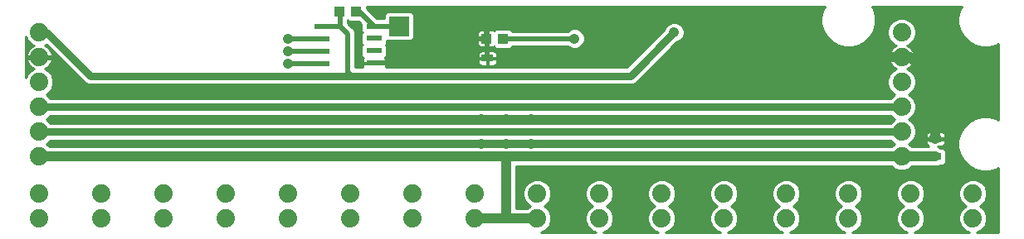
<source format=gbl>
G75*
G70*
%OFA0B0*%
%FSLAX24Y24*%
%IPPOS*%
%LPD*%
%AMOC8*
5,1,8,0,0,1.08239X$1,22.5*
%
%ADD10C,0.0740*%
%ADD11R,0.0433X0.0394*%
%ADD12R,0.0472X0.0315*%
%ADD13R,0.0630X0.0236*%
%ADD14R,0.0787X0.0787*%
%ADD15C,0.0410*%
%ADD16C,0.0300*%
%ADD17C,0.0200*%
%ADD18C,0.0400*%
%ADD19C,0.0100*%
D10*
X001655Y001655D03*
X004155Y001655D03*
X006655Y001655D03*
X009155Y001655D03*
X011655Y001655D03*
X014155Y001655D03*
X016655Y001655D03*
X019155Y001655D03*
X021655Y001655D03*
X024155Y001655D03*
X026655Y001655D03*
X029155Y001655D03*
X031655Y001655D03*
X034155Y001655D03*
X036655Y001655D03*
X039155Y001655D03*
X039155Y002655D03*
X036655Y002655D03*
X034155Y002655D03*
X031655Y002655D03*
X029155Y002655D03*
X026655Y002655D03*
X024155Y002655D03*
X021655Y002655D03*
X019155Y002655D03*
X016655Y002655D03*
X014155Y002655D03*
X011655Y002655D03*
X009155Y002655D03*
X006655Y002655D03*
X004155Y002655D03*
X001655Y002655D03*
X001655Y004155D03*
X001655Y005155D03*
X001655Y006155D03*
X001655Y007155D03*
X001655Y008155D03*
X001655Y009155D03*
X036295Y009155D03*
X036295Y008155D03*
X036295Y007155D03*
X036295Y006155D03*
X036295Y005155D03*
X036295Y004155D03*
D11*
X020290Y008905D03*
X019620Y008905D03*
X014390Y010005D03*
X013720Y010005D03*
D12*
X019655Y008109D03*
X019655Y007401D03*
X037655Y004859D03*
X037655Y004151D03*
D13*
X015100Y007909D03*
X015100Y008409D03*
X015100Y008909D03*
X015100Y009405D03*
X013010Y009405D03*
X013010Y008905D03*
X013010Y008405D03*
X013010Y007905D03*
D14*
X016105Y009405D03*
D15*
X017155Y009755D03*
X011655Y008905D03*
X011655Y008405D03*
X011655Y007905D03*
X019405Y006805D03*
X020405Y006805D03*
X021405Y006805D03*
X021405Y005655D03*
X020405Y005655D03*
X019405Y005655D03*
X019405Y004655D03*
X020405Y004655D03*
X021405Y004655D03*
X021405Y008155D03*
X020405Y008155D03*
X023155Y008905D03*
X027155Y009155D03*
D16*
X025401Y007401D01*
X019655Y007401D01*
X014205Y007401D01*
X003709Y007401D01*
X001955Y009155D01*
X001655Y009155D01*
X001655Y006155D02*
X036295Y006155D01*
X036295Y005155D02*
X001655Y005155D01*
D17*
X011655Y007905D02*
X013010Y007905D01*
X014055Y007551D02*
X014205Y007401D01*
X014055Y007551D02*
X014055Y009105D01*
X013755Y009405D01*
X013010Y009405D01*
X013755Y009405D02*
X013755Y009970D01*
X013720Y010005D01*
X013610Y010005D01*
X014390Y010005D02*
X014500Y010005D01*
X015100Y009405D01*
X016105Y009405D01*
X017155Y009755D02*
X017155Y008655D01*
X016409Y007909D01*
X015100Y007909D01*
X013010Y008405D02*
X011655Y008405D01*
X011655Y008905D02*
X013010Y008905D01*
X019620Y008905D02*
X019620Y009720D01*
X019655Y009755D01*
X019655Y008940D02*
X019620Y008905D01*
X019655Y008870D01*
X019655Y008109D01*
X020290Y008905D02*
X023155Y008905D01*
D18*
X019655Y009755D02*
X032055Y009755D01*
X033655Y008155D01*
X036295Y008155D01*
X036655Y008155D01*
X037655Y007155D01*
X037655Y004859D01*
X037651Y004155D02*
X036295Y004155D01*
X020405Y004155D01*
X001655Y004155D01*
X019155Y001655D02*
X020405Y001655D01*
X020405Y004155D01*
X020405Y001655D02*
X021655Y001655D01*
X037651Y004155D02*
X037655Y004151D01*
X019655Y009755D02*
X017155Y009755D01*
D19*
X016699Y009721D02*
X033055Y009721D01*
X033055Y009800D02*
X033055Y009510D01*
X033130Y009231D01*
X033275Y008980D01*
X033480Y008775D01*
X033731Y008630D01*
X034010Y008555D01*
X034300Y008555D01*
X034580Y008630D01*
X034831Y008775D01*
X035035Y008980D01*
X035180Y009231D01*
X035255Y009510D01*
X035255Y009800D01*
X035180Y010080D01*
X035110Y010201D01*
X038700Y010201D01*
X038630Y010080D01*
X038555Y009800D01*
X038555Y009510D01*
X038630Y009231D01*
X038775Y008980D01*
X038980Y008775D01*
X039231Y008630D01*
X039510Y008555D01*
X039800Y008555D01*
X040080Y008630D01*
X040175Y008685D01*
X040175Y005625D01*
X040080Y005680D01*
X039800Y005755D01*
X039510Y005755D01*
X039231Y005680D01*
X038980Y005535D01*
X038775Y005331D01*
X038630Y005080D01*
X038555Y004800D01*
X038555Y004510D01*
X038630Y004231D01*
X038775Y003980D01*
X038980Y003775D01*
X039231Y003630D01*
X039510Y003555D01*
X039800Y003555D01*
X040080Y003630D01*
X040175Y003685D01*
X040175Y001105D01*
X039317Y001105D01*
X039478Y001172D01*
X039638Y001332D01*
X039725Y001542D01*
X040175Y001542D01*
X040175Y001443D02*
X039684Y001443D01*
X039644Y001345D02*
X040175Y001345D01*
X040175Y001246D02*
X039552Y001246D01*
X039420Y001148D02*
X040175Y001148D01*
X039725Y001542D02*
X039725Y001769D01*
X039638Y001978D01*
X039478Y002138D01*
X039437Y002155D01*
X039478Y002172D01*
X039638Y002332D01*
X039725Y002542D01*
X039725Y002769D01*
X039638Y002978D01*
X039478Y003138D01*
X039269Y003225D01*
X039042Y003225D01*
X038832Y003138D01*
X038672Y002978D01*
X038585Y002769D01*
X038585Y002542D01*
X038672Y002332D01*
X038832Y002172D01*
X038873Y002155D01*
X038832Y002138D01*
X038672Y001978D01*
X038585Y001769D01*
X038585Y001542D01*
X037225Y001542D01*
X037225Y001769D01*
X037138Y001978D01*
X036978Y002138D01*
X036937Y002155D01*
X036978Y002172D01*
X037138Y002332D01*
X037225Y002542D01*
X037225Y002769D01*
X037138Y002978D01*
X036978Y003138D01*
X036769Y003225D01*
X036542Y003225D01*
X036332Y003138D01*
X036172Y002978D01*
X036085Y002769D01*
X036085Y002542D01*
X036172Y002332D01*
X036332Y002172D01*
X036373Y002155D01*
X036332Y002138D01*
X036172Y001978D01*
X036085Y001769D01*
X036085Y001542D01*
X034725Y001542D01*
X034725Y001769D01*
X034638Y001978D01*
X034478Y002138D01*
X034437Y002155D01*
X034478Y002172D01*
X034638Y002332D01*
X034725Y002542D01*
X034725Y002769D01*
X034638Y002978D01*
X034478Y003138D01*
X034269Y003225D01*
X034042Y003225D01*
X033832Y003138D01*
X033672Y002978D01*
X033585Y002769D01*
X033585Y002542D01*
X033672Y002332D01*
X033832Y002172D01*
X033873Y002155D01*
X033832Y002138D01*
X033672Y001978D01*
X033585Y001769D01*
X033585Y001542D01*
X032225Y001542D01*
X032225Y001769D01*
X032138Y001978D01*
X031978Y002138D01*
X031937Y002155D01*
X031978Y002172D01*
X032138Y002332D01*
X032225Y002542D01*
X032225Y002769D01*
X032138Y002978D01*
X031978Y003138D01*
X031769Y003225D01*
X031542Y003225D01*
X031332Y003138D01*
X031172Y002978D01*
X031085Y002769D01*
X031085Y002542D01*
X031172Y002332D01*
X031332Y002172D01*
X031373Y002155D01*
X031332Y002138D01*
X031172Y001978D01*
X031085Y001769D01*
X031085Y001542D01*
X029725Y001542D01*
X029725Y001769D01*
X029638Y001978D01*
X029478Y002138D01*
X029437Y002155D01*
X029478Y002172D01*
X029638Y002332D01*
X029725Y002542D01*
X029725Y002769D01*
X029638Y002978D01*
X029478Y003138D01*
X029269Y003225D01*
X029042Y003225D01*
X028832Y003138D01*
X028672Y002978D01*
X028585Y002769D01*
X028585Y002542D01*
X028672Y002332D01*
X028832Y002172D01*
X028873Y002155D01*
X028832Y002138D01*
X028672Y001978D01*
X028585Y001769D01*
X028585Y001542D01*
X027225Y001542D01*
X027225Y001769D01*
X027138Y001978D01*
X026978Y002138D01*
X026937Y002155D01*
X026978Y002172D01*
X027138Y002332D01*
X027225Y002542D01*
X027225Y002769D01*
X027138Y002978D01*
X026978Y003138D01*
X026769Y003225D01*
X026542Y003225D01*
X026332Y003138D01*
X026172Y002978D01*
X026085Y002769D01*
X026085Y002542D01*
X026172Y002332D01*
X026332Y002172D01*
X026373Y002155D01*
X026332Y002138D01*
X026172Y001978D01*
X026085Y001769D01*
X026085Y001542D01*
X024725Y001542D01*
X024725Y001769D01*
X024638Y001978D01*
X024478Y002138D01*
X024437Y002155D01*
X024478Y002172D01*
X024638Y002332D01*
X024725Y002542D01*
X024725Y002769D01*
X024638Y002978D01*
X024478Y003138D01*
X024269Y003225D01*
X024042Y003225D01*
X023832Y003138D01*
X023672Y002978D01*
X023585Y002769D01*
X023585Y002542D01*
X023672Y002332D01*
X023832Y002172D01*
X023873Y002155D01*
X023832Y002138D01*
X023672Y001978D01*
X023585Y001769D01*
X023585Y001542D01*
X022225Y001542D01*
X022225Y001769D01*
X022138Y001978D01*
X021978Y002138D01*
X021937Y002155D01*
X021978Y002172D01*
X022138Y002332D01*
X022225Y002542D01*
X022225Y002769D01*
X022138Y002978D01*
X021978Y003138D01*
X021769Y003225D01*
X021542Y003225D01*
X021332Y003138D01*
X021172Y002978D01*
X021085Y002769D01*
X021085Y002542D01*
X021172Y002332D01*
X021332Y002172D01*
X021373Y002155D01*
X021332Y002138D01*
X021249Y002055D01*
X020805Y002055D01*
X020805Y003755D01*
X035889Y003755D01*
X035972Y003672D01*
X036182Y003585D01*
X036409Y003585D01*
X036618Y003672D01*
X036701Y003755D01*
X037565Y003755D01*
X037576Y003751D01*
X037735Y003751D01*
X037837Y003793D01*
X037974Y003793D01*
X038091Y003910D01*
X038091Y004391D01*
X037974Y004508D01*
X037843Y004508D01*
X037738Y004552D01*
X037911Y004552D01*
X037949Y004562D01*
X037983Y004582D01*
X038011Y004610D01*
X038031Y004644D01*
X038041Y004682D01*
X038041Y004831D01*
X037684Y004831D01*
X037684Y004888D01*
X038041Y004888D01*
X038041Y005037D01*
X038031Y005075D01*
X038011Y005109D01*
X037983Y005137D01*
X037949Y005157D01*
X037911Y005167D01*
X037684Y005167D01*
X037684Y004888D01*
X037626Y004888D01*
X037626Y004831D01*
X037269Y004831D01*
X037269Y004682D01*
X037279Y004644D01*
X037299Y004610D01*
X037327Y004582D01*
X037361Y004562D01*
X037388Y004555D01*
X036701Y004555D01*
X036618Y004638D01*
X036577Y004655D01*
X036618Y004672D01*
X036778Y004832D01*
X036865Y005042D01*
X036865Y005269D01*
X036778Y005478D01*
X036618Y005638D01*
X036577Y005655D01*
X036618Y005672D01*
X036778Y005832D01*
X036865Y006042D01*
X036865Y006269D01*
X036778Y006478D01*
X036618Y006638D01*
X036577Y006655D01*
X036618Y006672D01*
X036778Y006832D01*
X036865Y007042D01*
X036865Y007269D01*
X036778Y007478D01*
X036618Y007638D01*
X036512Y007682D01*
X036568Y007710D01*
X036634Y007758D01*
X036692Y007816D01*
X036740Y007883D01*
X036777Y007955D01*
X036802Y008033D01*
X036814Y008105D01*
X036345Y008105D01*
X036345Y008205D01*
X036814Y008205D01*
X036802Y008277D01*
X036777Y008355D01*
X036740Y008428D01*
X036692Y008494D01*
X036634Y008552D01*
X036568Y008600D01*
X036512Y008628D01*
X036618Y008672D01*
X036778Y008832D01*
X036865Y009042D01*
X036865Y009269D01*
X036778Y009478D01*
X036618Y009638D01*
X036409Y009725D01*
X036182Y009725D01*
X035972Y009638D01*
X035812Y009478D01*
X035725Y009269D01*
X035725Y009042D01*
X035812Y008832D01*
X035972Y008672D01*
X036078Y008628D01*
X036023Y008600D01*
X035956Y008552D01*
X035898Y008494D01*
X035850Y008428D01*
X035813Y008355D01*
X035788Y008277D01*
X035777Y008205D01*
X036245Y008205D01*
X036245Y008105D01*
X035777Y008105D01*
X035788Y008033D01*
X035813Y007955D01*
X035850Y007883D01*
X035898Y007816D01*
X035956Y007758D01*
X036023Y007710D01*
X036078Y007682D01*
X035972Y007638D01*
X035812Y007478D01*
X035725Y007269D01*
X035725Y007042D01*
X035812Y006832D01*
X035972Y006672D01*
X036013Y006655D01*
X035972Y006638D01*
X035839Y006505D01*
X002111Y006505D01*
X001978Y006638D01*
X001937Y006655D01*
X001978Y006672D01*
X002138Y006832D01*
X002225Y007042D01*
X002225Y007269D01*
X002138Y007478D01*
X001978Y007638D01*
X001872Y007682D01*
X001928Y007710D01*
X001994Y007758D01*
X002052Y007816D01*
X002100Y007883D01*
X002137Y007955D01*
X002162Y008033D01*
X002174Y008105D01*
X001705Y008105D01*
X001705Y008205D01*
X002174Y008205D01*
X002162Y008277D01*
X002137Y008355D01*
X002100Y008428D01*
X002052Y008494D01*
X001994Y008552D01*
X001928Y008600D01*
X001872Y008628D01*
X001954Y008662D01*
X003511Y007104D01*
X003640Y007051D01*
X003779Y007051D01*
X014135Y007051D01*
X019329Y007051D01*
X019336Y007043D01*
X019974Y007043D01*
X019982Y007051D01*
X025331Y007051D01*
X025470Y007051D01*
X025599Y007104D01*
X027252Y008757D01*
X027385Y008812D01*
X027498Y008926D01*
X027560Y009075D01*
X027560Y009236D01*
X027498Y009385D01*
X027385Y009498D01*
X027236Y009560D01*
X027075Y009560D01*
X026926Y009498D01*
X026812Y009385D01*
X026757Y009252D01*
X025256Y007751D01*
X019982Y007751D01*
X019974Y007758D01*
X019336Y007758D01*
X019329Y007751D01*
X015559Y007751D01*
X015565Y007771D01*
X015565Y007900D01*
X015109Y007900D01*
X015109Y007918D01*
X015565Y007918D01*
X015565Y008047D01*
X015555Y008085D01*
X015535Y008119D01*
X015531Y008124D01*
X015615Y008208D01*
X015615Y008610D01*
X015566Y008659D01*
X015615Y008708D01*
X015615Y008825D01*
X015629Y008811D01*
X016582Y008811D01*
X016699Y008929D01*
X016699Y009882D01*
X016582Y009999D01*
X015629Y009999D01*
X015511Y009882D01*
X015511Y009710D01*
X015498Y009723D01*
X015206Y009723D01*
X014806Y010123D01*
X014806Y010201D01*
X033200Y010201D01*
X033130Y010080D01*
X033055Y009800D01*
X033060Y009820D02*
X016699Y009820D01*
X016662Y009918D02*
X033087Y009918D01*
X033113Y010017D02*
X014913Y010017D01*
X015011Y009918D02*
X015548Y009918D01*
X015511Y009820D02*
X015110Y009820D01*
X015500Y009721D02*
X015511Y009721D01*
X014585Y009496D02*
X014585Y009204D01*
X014632Y009157D01*
X014585Y009110D01*
X014585Y008708D01*
X014634Y008659D01*
X014585Y008610D01*
X014585Y008208D01*
X014669Y008124D01*
X014665Y008119D01*
X014645Y008085D01*
X014635Y008047D01*
X014635Y007918D01*
X015091Y007918D01*
X015091Y007900D01*
X014635Y007900D01*
X014635Y007771D01*
X014641Y007751D01*
X014355Y007751D01*
X014355Y009165D01*
X014309Y009275D01*
X014225Y009359D01*
X014055Y009529D01*
X014055Y009644D01*
X014055Y009644D01*
X014090Y009608D01*
X014473Y009608D01*
X014585Y009496D01*
X014557Y009524D02*
X014060Y009524D01*
X014055Y009623D02*
X014076Y009623D01*
X014159Y009425D02*
X014585Y009425D01*
X014585Y009327D02*
X014258Y009327D01*
X014329Y009228D02*
X014585Y009228D01*
X014605Y009130D02*
X014355Y009130D01*
X014355Y009031D02*
X014585Y009031D01*
X014585Y008933D02*
X014355Y008933D01*
X014355Y008834D02*
X014585Y008834D01*
X014585Y008736D02*
X014355Y008736D01*
X014355Y008637D02*
X014612Y008637D01*
X014585Y008539D02*
X014355Y008539D01*
X014355Y008440D02*
X014585Y008440D01*
X014585Y008341D02*
X014355Y008341D01*
X014355Y008243D02*
X014585Y008243D01*
X014649Y008144D02*
X014355Y008144D01*
X014355Y008046D02*
X014635Y008046D01*
X014635Y007947D02*
X014355Y007947D01*
X014355Y007849D02*
X014635Y007849D01*
X015565Y007849D02*
X019310Y007849D01*
X019299Y007860D02*
X019327Y007832D01*
X019361Y007812D01*
X019399Y007802D01*
X019626Y007802D01*
X019626Y008080D01*
X019684Y008080D01*
X019684Y007802D01*
X019911Y007802D01*
X019949Y007812D01*
X019983Y007832D01*
X020011Y007860D01*
X020031Y007894D01*
X020041Y007932D01*
X020041Y008081D01*
X019684Y008081D01*
X019684Y008138D01*
X020041Y008138D01*
X020041Y008287D01*
X020031Y008325D01*
X020011Y008359D01*
X019983Y008387D01*
X019949Y008407D01*
X019911Y008417D01*
X019684Y008417D01*
X019684Y008138D01*
X019626Y008138D01*
X019626Y008081D01*
X019269Y008081D01*
X019269Y007932D01*
X019279Y007894D01*
X019299Y007860D01*
X019269Y007947D02*
X015565Y007947D01*
X015565Y008046D02*
X019269Y008046D01*
X019269Y008138D02*
X019626Y008138D01*
X019626Y008417D01*
X019399Y008417D01*
X019361Y008407D01*
X019327Y008387D01*
X019299Y008359D01*
X019279Y008325D01*
X019269Y008287D01*
X019269Y008138D01*
X019269Y008144D02*
X015551Y008144D01*
X015615Y008243D02*
X019269Y008243D01*
X019289Y008341D02*
X015615Y008341D01*
X015615Y008440D02*
X025945Y008440D01*
X025847Y008341D02*
X020021Y008341D01*
X020041Y008243D02*
X025748Y008243D01*
X025649Y008144D02*
X020041Y008144D01*
X020041Y008046D02*
X025551Y008046D01*
X025452Y007947D02*
X020041Y007947D01*
X020000Y007849D02*
X025354Y007849D01*
X026147Y007652D02*
X036005Y007652D01*
X035968Y007750D02*
X026245Y007750D01*
X026344Y007849D02*
X035875Y007849D01*
X035817Y007947D02*
X026442Y007947D01*
X026541Y008046D02*
X035786Y008046D01*
X035783Y008243D02*
X026738Y008243D01*
X026836Y008341D02*
X035809Y008341D01*
X035859Y008440D02*
X026935Y008440D01*
X027034Y008539D02*
X035943Y008539D01*
X036056Y008637D02*
X034592Y008637D01*
X034763Y008736D02*
X035908Y008736D01*
X035811Y008834D02*
X034890Y008834D01*
X034988Y008933D02*
X035770Y008933D01*
X035729Y009031D02*
X035065Y009031D01*
X035122Y009130D02*
X035725Y009130D01*
X035725Y009228D02*
X035179Y009228D01*
X035206Y009327D02*
X035749Y009327D01*
X035790Y009425D02*
X035232Y009425D01*
X035255Y009524D02*
X035858Y009524D01*
X035956Y009623D02*
X035255Y009623D01*
X035255Y009721D02*
X036172Y009721D01*
X036418Y009721D02*
X038555Y009721D01*
X038555Y009623D02*
X036634Y009623D01*
X036732Y009524D02*
X038555Y009524D01*
X038578Y009425D02*
X036800Y009425D01*
X036841Y009327D02*
X038604Y009327D01*
X038631Y009228D02*
X036865Y009228D01*
X036865Y009130D02*
X038688Y009130D01*
X038745Y009031D02*
X036861Y009031D01*
X036820Y008933D02*
X038822Y008933D01*
X038920Y008834D02*
X036779Y008834D01*
X036682Y008736D02*
X039048Y008736D01*
X039218Y008637D02*
X036534Y008637D01*
X036647Y008539D02*
X040175Y008539D01*
X040175Y008637D02*
X040092Y008637D01*
X040175Y008440D02*
X036731Y008440D01*
X036781Y008341D02*
X040175Y008341D01*
X040175Y008243D02*
X036808Y008243D01*
X036804Y008046D02*
X040175Y008046D01*
X040175Y008144D02*
X036345Y008144D01*
X036245Y008144D02*
X026639Y008144D01*
X026044Y008539D02*
X023329Y008539D01*
X023385Y008562D02*
X023498Y008676D01*
X023560Y008825D01*
X023560Y008986D01*
X023498Y009135D01*
X023385Y009248D01*
X023236Y009310D01*
X023075Y009310D01*
X022926Y009248D01*
X022882Y009205D01*
X020686Y009205D01*
X020589Y009302D01*
X019990Y009302D01*
X019917Y009229D01*
X019895Y009242D01*
X019857Y009252D01*
X019669Y009252D01*
X019669Y008954D01*
X019572Y008954D01*
X019572Y009252D01*
X019384Y009252D01*
X019346Y009242D01*
X019312Y009222D01*
X019284Y009194D01*
X019264Y009160D01*
X019254Y009122D01*
X019254Y008954D01*
X019572Y008954D01*
X019572Y008857D01*
X019254Y008857D01*
X019254Y008689D01*
X019264Y008650D01*
X019284Y008616D01*
X019312Y008588D01*
X019346Y008569D01*
X019384Y008558D01*
X019572Y008558D01*
X019572Y008856D01*
X019669Y008856D01*
X019669Y008558D01*
X019857Y008558D01*
X019895Y008569D01*
X019917Y008581D01*
X019990Y008508D01*
X020589Y008508D01*
X020686Y008605D01*
X022882Y008605D01*
X022926Y008562D01*
X023075Y008500D01*
X023236Y008500D01*
X023385Y008562D01*
X023460Y008637D02*
X026142Y008637D01*
X026241Y008736D02*
X023523Y008736D01*
X023560Y008834D02*
X026339Y008834D01*
X026438Y008933D02*
X023560Y008933D01*
X023541Y009031D02*
X026536Y009031D01*
X026635Y009130D02*
X023500Y009130D01*
X023405Y009228D02*
X026733Y009228D01*
X026788Y009327D02*
X016699Y009327D01*
X016699Y009425D02*
X026853Y009425D01*
X026987Y009524D02*
X016699Y009524D01*
X016699Y009623D02*
X033055Y009623D01*
X033055Y009524D02*
X027323Y009524D01*
X027457Y009425D02*
X033078Y009425D01*
X033104Y009327D02*
X027522Y009327D01*
X027560Y009228D02*
X033131Y009228D01*
X033188Y009130D02*
X027560Y009130D01*
X027542Y009031D02*
X033245Y009031D01*
X033322Y008933D02*
X027501Y008933D01*
X027407Y008834D02*
X033420Y008834D01*
X033548Y008736D02*
X027231Y008736D01*
X027132Y008637D02*
X033718Y008637D01*
X036715Y007849D02*
X040175Y007849D01*
X040175Y007947D02*
X036773Y007947D01*
X036623Y007750D02*
X040175Y007750D01*
X040175Y007652D02*
X036586Y007652D01*
X036703Y007553D02*
X040175Y007553D01*
X040175Y007455D02*
X036788Y007455D01*
X036829Y007356D02*
X040175Y007356D01*
X040175Y007258D02*
X036865Y007258D01*
X036865Y007159D02*
X040175Y007159D01*
X040175Y007060D02*
X036865Y007060D01*
X036832Y006962D02*
X040175Y006962D01*
X040175Y006863D02*
X036791Y006863D01*
X036711Y006765D02*
X040175Y006765D01*
X040175Y006666D02*
X036604Y006666D01*
X036689Y006568D02*
X040175Y006568D01*
X040175Y006469D02*
X036782Y006469D01*
X036823Y006371D02*
X040175Y006371D01*
X040175Y006272D02*
X036864Y006272D01*
X036865Y006174D02*
X040175Y006174D01*
X040175Y006075D02*
X036865Y006075D01*
X036838Y005976D02*
X040175Y005976D01*
X040175Y005878D02*
X036797Y005878D01*
X036725Y005779D02*
X040175Y005779D01*
X040175Y005681D02*
X040077Y005681D01*
X039233Y005681D02*
X036627Y005681D01*
X036674Y005582D02*
X039061Y005582D01*
X038928Y005484D02*
X036773Y005484D01*
X036817Y005385D02*
X038830Y005385D01*
X038750Y005287D02*
X036858Y005287D01*
X036865Y005188D02*
X038693Y005188D01*
X038636Y005090D02*
X038023Y005090D01*
X038041Y004991D02*
X038606Y004991D01*
X038580Y004892D02*
X038041Y004892D01*
X038041Y004794D02*
X038555Y004794D01*
X038555Y004695D02*
X038041Y004695D01*
X037998Y004597D02*
X038555Y004597D01*
X038558Y004498D02*
X037984Y004498D01*
X038083Y004400D02*
X038585Y004400D01*
X038611Y004301D02*
X038091Y004301D01*
X038091Y004203D02*
X038646Y004203D01*
X038703Y004104D02*
X038091Y004104D01*
X038091Y004006D02*
X038760Y004006D01*
X038848Y003907D02*
X038088Y003907D01*
X037989Y003809D02*
X038946Y003809D01*
X039092Y003710D02*
X036656Y003710D01*
X036472Y003611D02*
X039300Y003611D01*
X040010Y003611D02*
X040175Y003611D01*
X040175Y003513D02*
X020805Y003513D01*
X020805Y003611D02*
X036118Y003611D01*
X035934Y003710D02*
X020805Y003710D01*
X020805Y003414D02*
X040175Y003414D01*
X040175Y003316D02*
X020805Y003316D01*
X020805Y003217D02*
X021523Y003217D01*
X021313Y003119D02*
X020805Y003119D01*
X020805Y003020D02*
X021214Y003020D01*
X021149Y002922D02*
X020805Y002922D01*
X020805Y002823D02*
X021108Y002823D01*
X021085Y002725D02*
X020805Y002725D01*
X020805Y002626D02*
X021085Y002626D01*
X021091Y002527D02*
X020805Y002527D01*
X020805Y002429D02*
X021132Y002429D01*
X021174Y002330D02*
X020805Y002330D01*
X020805Y002232D02*
X021272Y002232D01*
X021327Y002133D02*
X020805Y002133D01*
X021983Y002133D02*
X023827Y002133D01*
X023772Y002232D02*
X022038Y002232D01*
X022136Y002330D02*
X023674Y002330D01*
X023632Y002429D02*
X022178Y002429D01*
X022219Y002527D02*
X023591Y002527D01*
X023585Y002626D02*
X022225Y002626D01*
X022225Y002725D02*
X023585Y002725D01*
X023608Y002823D02*
X022202Y002823D01*
X022162Y002922D02*
X023649Y002922D01*
X023714Y003020D02*
X022096Y003020D01*
X021998Y003119D02*
X023813Y003119D01*
X024023Y003217D02*
X021787Y003217D01*
X024287Y003217D02*
X026523Y003217D01*
X026313Y003119D02*
X024498Y003119D01*
X024596Y003020D02*
X026214Y003020D01*
X026149Y002922D02*
X024662Y002922D01*
X024702Y002823D02*
X026108Y002823D01*
X026085Y002725D02*
X024725Y002725D01*
X024725Y002626D02*
X026085Y002626D01*
X026091Y002527D02*
X024719Y002527D01*
X024678Y002429D02*
X026132Y002429D01*
X026174Y002330D02*
X024636Y002330D01*
X024538Y002232D02*
X026272Y002232D01*
X026327Y002133D02*
X024483Y002133D01*
X024582Y002035D02*
X026229Y002035D01*
X026155Y001936D02*
X024656Y001936D01*
X024696Y001838D02*
X026114Y001838D01*
X026085Y001739D02*
X024725Y001739D01*
X024725Y001641D02*
X026085Y001641D01*
X026085Y001542D02*
X026172Y001332D01*
X026332Y001172D01*
X026494Y001105D01*
X024317Y001105D01*
X024478Y001172D01*
X024638Y001332D01*
X024725Y001542D01*
X024684Y001443D02*
X026126Y001443D01*
X026167Y001345D02*
X024644Y001345D01*
X024552Y001246D02*
X026258Y001246D01*
X026390Y001148D02*
X024420Y001148D01*
X023994Y001105D02*
X021817Y001105D01*
X021978Y001172D01*
X022138Y001332D01*
X022225Y001542D01*
X022225Y001641D02*
X023585Y001641D01*
X023585Y001739D02*
X022225Y001739D01*
X022196Y001838D02*
X023614Y001838D01*
X023655Y001936D02*
X022156Y001936D01*
X022082Y002035D02*
X023729Y002035D01*
X023585Y001542D02*
X023672Y001332D01*
X023832Y001172D01*
X023994Y001105D01*
X023890Y001148D02*
X021920Y001148D01*
X022052Y001246D02*
X023758Y001246D01*
X023667Y001345D02*
X022144Y001345D01*
X022184Y001443D02*
X023626Y001443D01*
X026817Y001105D02*
X026978Y001172D01*
X027138Y001332D01*
X027225Y001542D01*
X027225Y001641D02*
X028585Y001641D01*
X028585Y001739D02*
X027225Y001739D01*
X027196Y001838D02*
X028614Y001838D01*
X028655Y001936D02*
X027156Y001936D01*
X027082Y002035D02*
X028729Y002035D01*
X028827Y002133D02*
X026983Y002133D01*
X027038Y002232D02*
X028772Y002232D01*
X028674Y002330D02*
X027136Y002330D01*
X027178Y002429D02*
X028632Y002429D01*
X028591Y002527D02*
X027219Y002527D01*
X027225Y002626D02*
X028585Y002626D01*
X028585Y002725D02*
X027225Y002725D01*
X027202Y002823D02*
X028608Y002823D01*
X028649Y002922D02*
X027162Y002922D01*
X027096Y003020D02*
X028714Y003020D01*
X028813Y003119D02*
X026998Y003119D01*
X026787Y003217D02*
X029023Y003217D01*
X029287Y003217D02*
X031523Y003217D01*
X031313Y003119D02*
X029498Y003119D01*
X029596Y003020D02*
X031214Y003020D01*
X031149Y002922D02*
X029662Y002922D01*
X029702Y002823D02*
X031108Y002823D01*
X031085Y002725D02*
X029725Y002725D01*
X029725Y002626D02*
X031085Y002626D01*
X031091Y002527D02*
X029719Y002527D01*
X029678Y002429D02*
X031132Y002429D01*
X031174Y002330D02*
X029636Y002330D01*
X029538Y002232D02*
X031272Y002232D01*
X031327Y002133D02*
X029483Y002133D01*
X029582Y002035D02*
X031229Y002035D01*
X031155Y001936D02*
X029656Y001936D01*
X029696Y001838D02*
X031114Y001838D01*
X031085Y001739D02*
X029725Y001739D01*
X029725Y001641D02*
X031085Y001641D01*
X031085Y001542D02*
X031172Y001332D01*
X031332Y001172D01*
X031494Y001105D01*
X029317Y001105D01*
X029478Y001172D01*
X029638Y001332D01*
X029725Y001542D01*
X029684Y001443D02*
X031126Y001443D01*
X031167Y001345D02*
X029644Y001345D01*
X029552Y001246D02*
X031258Y001246D01*
X031390Y001148D02*
X029420Y001148D01*
X028994Y001105D02*
X026817Y001105D01*
X026920Y001148D02*
X028890Y001148D01*
X028832Y001172D02*
X028994Y001105D01*
X028832Y001172D02*
X028672Y001332D01*
X028585Y001542D01*
X028626Y001443D02*
X027184Y001443D01*
X027144Y001345D02*
X028667Y001345D01*
X028758Y001246D02*
X027052Y001246D01*
X031817Y001105D02*
X031978Y001172D01*
X032138Y001332D01*
X032225Y001542D01*
X032225Y001641D02*
X033585Y001641D01*
X033585Y001739D02*
X032225Y001739D01*
X032196Y001838D02*
X033614Y001838D01*
X033655Y001936D02*
X032156Y001936D01*
X032082Y002035D02*
X033729Y002035D01*
X033827Y002133D02*
X031983Y002133D01*
X032038Y002232D02*
X033772Y002232D01*
X033674Y002330D02*
X032136Y002330D01*
X032178Y002429D02*
X033632Y002429D01*
X033591Y002527D02*
X032219Y002527D01*
X032225Y002626D02*
X033585Y002626D01*
X033585Y002725D02*
X032225Y002725D01*
X032202Y002823D02*
X033608Y002823D01*
X033649Y002922D02*
X032162Y002922D01*
X032096Y003020D02*
X033714Y003020D01*
X033813Y003119D02*
X031998Y003119D01*
X031787Y003217D02*
X034023Y003217D01*
X034287Y003217D02*
X036523Y003217D01*
X036313Y003119D02*
X034498Y003119D01*
X034596Y003020D02*
X036214Y003020D01*
X036149Y002922D02*
X034662Y002922D01*
X034702Y002823D02*
X036108Y002823D01*
X036085Y002725D02*
X034725Y002725D01*
X034725Y002626D02*
X036085Y002626D01*
X036091Y002527D02*
X034719Y002527D01*
X034678Y002429D02*
X036132Y002429D01*
X036174Y002330D02*
X034636Y002330D01*
X034538Y002232D02*
X036272Y002232D01*
X036327Y002133D02*
X034483Y002133D01*
X034582Y002035D02*
X036229Y002035D01*
X036155Y001936D02*
X034656Y001936D01*
X034696Y001838D02*
X036114Y001838D01*
X036085Y001739D02*
X034725Y001739D01*
X034725Y001641D02*
X036085Y001641D01*
X036085Y001542D02*
X036172Y001332D01*
X036332Y001172D01*
X036494Y001105D01*
X034317Y001105D01*
X034478Y001172D01*
X034638Y001332D01*
X034725Y001542D01*
X034684Y001443D02*
X036126Y001443D01*
X036167Y001345D02*
X034644Y001345D01*
X034552Y001246D02*
X036258Y001246D01*
X036390Y001148D02*
X034420Y001148D01*
X033994Y001105D02*
X031817Y001105D01*
X031920Y001148D02*
X033890Y001148D01*
X033832Y001172D02*
X033672Y001332D01*
X033585Y001542D01*
X033626Y001443D02*
X032184Y001443D01*
X032144Y001345D02*
X033667Y001345D01*
X033758Y001246D02*
X032052Y001246D01*
X033832Y001172D02*
X033994Y001105D01*
X036817Y001105D02*
X036978Y001172D01*
X037138Y001332D01*
X037225Y001542D01*
X037225Y001641D02*
X038585Y001641D01*
X038585Y001739D02*
X037225Y001739D01*
X037196Y001838D02*
X038614Y001838D01*
X038655Y001936D02*
X037156Y001936D01*
X037082Y002035D02*
X038729Y002035D01*
X038827Y002133D02*
X036983Y002133D01*
X037038Y002232D02*
X038772Y002232D01*
X038674Y002330D02*
X037136Y002330D01*
X037178Y002429D02*
X038632Y002429D01*
X038591Y002527D02*
X037219Y002527D01*
X037225Y002626D02*
X038585Y002626D01*
X038585Y002725D02*
X037225Y002725D01*
X037202Y002823D02*
X038608Y002823D01*
X038649Y002922D02*
X037162Y002922D01*
X037096Y003020D02*
X038714Y003020D01*
X038813Y003119D02*
X036998Y003119D01*
X036787Y003217D02*
X039023Y003217D01*
X039287Y003217D02*
X040175Y003217D01*
X040175Y003119D02*
X039498Y003119D01*
X039596Y003020D02*
X040175Y003020D01*
X040175Y002922D02*
X039662Y002922D01*
X039702Y002823D02*
X040175Y002823D01*
X040175Y002725D02*
X039725Y002725D01*
X039725Y002626D02*
X040175Y002626D01*
X040175Y002527D02*
X039719Y002527D01*
X039678Y002429D02*
X040175Y002429D01*
X040175Y002330D02*
X039636Y002330D01*
X039538Y002232D02*
X040175Y002232D01*
X040175Y002133D02*
X039483Y002133D01*
X039582Y002035D02*
X040175Y002035D01*
X040175Y001936D02*
X039656Y001936D01*
X039696Y001838D02*
X040175Y001838D01*
X040175Y001739D02*
X039725Y001739D01*
X039725Y001641D02*
X040175Y001641D01*
X038994Y001105D02*
X038832Y001172D01*
X038672Y001332D01*
X038585Y001542D01*
X038626Y001443D02*
X037184Y001443D01*
X037144Y001345D02*
X038667Y001345D01*
X038758Y001246D02*
X037052Y001246D01*
X036920Y001148D02*
X038890Y001148D01*
X038994Y001105D02*
X036817Y001105D01*
X036659Y004597D02*
X037312Y004597D01*
X037269Y004695D02*
X036641Y004695D01*
X036740Y004794D02*
X037269Y004794D01*
X037269Y004888D02*
X037626Y004888D01*
X037626Y005167D01*
X037399Y005167D01*
X037361Y005157D01*
X037327Y005137D01*
X037299Y005109D01*
X037279Y005075D01*
X037269Y005037D01*
X037269Y004888D01*
X037269Y004892D02*
X036803Y004892D01*
X036844Y004991D02*
X037269Y004991D01*
X037288Y005090D02*
X036865Y005090D01*
X037626Y005090D02*
X037684Y005090D01*
X037684Y004991D02*
X037626Y004991D01*
X037626Y004892D02*
X037684Y004892D01*
X036013Y004655D02*
X035972Y004638D01*
X035889Y004555D01*
X020326Y004555D01*
X002061Y004555D01*
X001978Y004638D01*
X001937Y004655D01*
X001978Y004672D01*
X002111Y004805D01*
X035839Y004805D01*
X035972Y004672D01*
X036013Y004655D01*
X035949Y004695D02*
X002001Y004695D01*
X002019Y004597D02*
X035931Y004597D01*
X035850Y004794D02*
X002100Y004794D01*
X002111Y005505D02*
X001978Y005638D01*
X001937Y005655D01*
X001978Y005672D01*
X002111Y005805D01*
X035839Y005805D01*
X035972Y005672D01*
X036013Y005655D01*
X035972Y005638D01*
X035839Y005505D01*
X002111Y005505D01*
X002034Y005582D02*
X035916Y005582D01*
X035963Y005681D02*
X001987Y005681D01*
X002085Y005779D02*
X035865Y005779D01*
X035902Y006568D02*
X002049Y006568D01*
X001964Y006666D02*
X035986Y006666D01*
X035879Y006765D02*
X002071Y006765D01*
X002151Y006863D02*
X035799Y006863D01*
X035758Y006962D02*
X002192Y006962D01*
X002225Y007060D02*
X003616Y007060D01*
X003456Y007159D02*
X002225Y007159D01*
X002225Y007258D02*
X003358Y007258D01*
X003259Y007356D02*
X002189Y007356D01*
X002148Y007455D02*
X003161Y007455D01*
X003062Y007553D02*
X002063Y007553D01*
X001946Y007652D02*
X002964Y007652D01*
X002865Y007750D02*
X001983Y007750D01*
X002075Y007849D02*
X002766Y007849D01*
X002668Y007947D02*
X002133Y007947D01*
X002164Y008046D02*
X002569Y008046D01*
X002471Y008144D02*
X001705Y008144D01*
X001605Y008144D02*
X001105Y008144D01*
X001137Y008105D02*
X001148Y008033D01*
X001173Y007955D01*
X001210Y007883D01*
X001258Y007816D01*
X001316Y007758D01*
X001383Y007710D01*
X001438Y007682D01*
X001332Y007638D01*
X001172Y007478D01*
X001105Y007317D01*
X001105Y008994D01*
X001172Y008832D01*
X001332Y008672D01*
X001438Y008628D01*
X001383Y008600D01*
X001316Y008552D01*
X001258Y008494D01*
X001210Y008428D01*
X001173Y008355D01*
X001148Y008277D01*
X001137Y008205D01*
X001605Y008205D01*
X001605Y008105D01*
X001137Y008105D01*
X001146Y008046D02*
X001105Y008046D01*
X001105Y007947D02*
X001177Y007947D01*
X001235Y007849D02*
X001105Y007849D01*
X001105Y007750D02*
X001328Y007750D01*
X001365Y007652D02*
X001105Y007652D01*
X001105Y007553D02*
X001247Y007553D01*
X001162Y007455D02*
X001105Y007455D01*
X001105Y007356D02*
X001121Y007356D01*
X001105Y008243D02*
X001143Y008243D01*
X001169Y008341D02*
X001105Y008341D01*
X001105Y008440D02*
X001219Y008440D01*
X001303Y008539D02*
X001105Y008539D01*
X001105Y008637D02*
X001416Y008637D01*
X001268Y008736D02*
X001105Y008736D01*
X001105Y008834D02*
X001171Y008834D01*
X001130Y008933D02*
X001105Y008933D01*
X001894Y008637D02*
X001978Y008637D01*
X002007Y008539D02*
X002077Y008539D01*
X002091Y008440D02*
X002175Y008440D01*
X002141Y008341D02*
X002274Y008341D01*
X002372Y008243D02*
X002168Y008243D01*
X014814Y010115D02*
X033151Y010115D01*
X035160Y010115D02*
X038651Y010115D01*
X038613Y010017D02*
X035197Y010017D01*
X035223Y009918D02*
X038587Y009918D01*
X038560Y009820D02*
X035250Y009820D01*
X035887Y007553D02*
X026048Y007553D01*
X025950Y007455D02*
X035802Y007455D01*
X035761Y007356D02*
X025851Y007356D01*
X025752Y007258D02*
X035725Y007258D01*
X035725Y007159D02*
X025654Y007159D01*
X025494Y007060D02*
X035725Y007060D01*
X022982Y008539D02*
X020619Y008539D01*
X019960Y008539D02*
X015615Y008539D01*
X015588Y008637D02*
X019272Y008637D01*
X019254Y008736D02*
X015615Y008736D01*
X016604Y008834D02*
X019254Y008834D01*
X019254Y009031D02*
X016699Y009031D01*
X016699Y008933D02*
X019572Y008933D01*
X019572Y009031D02*
X019669Y009031D01*
X019669Y009130D02*
X019572Y009130D01*
X019572Y009228D02*
X019669Y009228D01*
X019323Y009228D02*
X016699Y009228D01*
X016699Y009130D02*
X019256Y009130D01*
X019572Y008834D02*
X019669Y008834D01*
X019669Y008736D02*
X019572Y008736D01*
X019572Y008637D02*
X019669Y008637D01*
X019684Y008341D02*
X019626Y008341D01*
X019626Y008243D02*
X019684Y008243D01*
X019684Y008144D02*
X019626Y008144D01*
X019626Y008046D02*
X019684Y008046D01*
X019684Y007947D02*
X019626Y007947D01*
X019626Y007849D02*
X019684Y007849D01*
X020663Y009228D02*
X022906Y009228D01*
M02*

</source>
